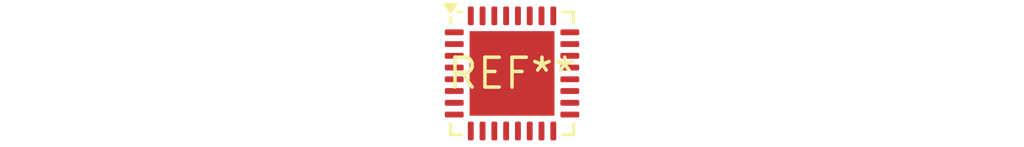
<source format=kicad_pcb>
(kicad_pcb (version 20240108) (generator pcbnew)
  (layers (0 "F.Cu" signal) (31 "B.Cu" signal) (34 "B.Paste" user) (35 "F.Paste" user) (36 "B.SilkS" user "B.Silkscreen") (37 "F.SilkS" user "F.Silkscreen") (38 "B.Mask" user) (39 "F.Mask" user) (44 "Edge.Cuts" user))
  (net 0 "")
  (footprint "QFN-32-1EP_5x5mm_P0.5mm_EP3.6x3.6mm" (layer "F.Cu") (at 0 0)
    (property "Reference" "REF**")
    (property "Value" "QFN-32-1EP_5x5mm_P0.5mm_EP3.6x3.6mm")
    (fp_line (start -2.61 -2.135) (end -2.61 -2.37) (layer "F.SilkS") (stroke (width 0.12)))
    (fp_line (start -2.61 2.61) (end -2.61 2.135) (layer "F.SilkS") (stroke (width 0.12)))
    (fp_line (start -2.135 -2.61) (end -2.31 -2.61) (layer "F.SilkS") (stroke (width 0.12)))
    (fp_line (start -2.135 2.61) (end -2.61 2.61) (layer "F.SilkS") (stroke (width 0.12)))
    (fp_line (start 2.135 -2.61) (end 2.61 -2.61) (layer "F.SilkS") (stroke (width 0.12)))
    (fp_line (start 2.135 2.61) (end 2.61 2.61) (layer "F.SilkS") (stroke (width 0.12)))
    (fp_line (start 2.61 -2.61) (end 2.61 -2.135) (layer "F.SilkS") (stroke (width 0.12)))
    (fp_line (start 2.61 2.61) (end 2.61 2.135) (layer "F.SilkS") (stroke (width 0.12)))
    (fp_poly (pts (xy -2.61 -2.61) (xy -2.85 -2.94) (xy -2.37 -2.94) (xy -2.61 -2.61)) (layer "F.SilkS") (stroke (width 0.12)) (fill solid))
    (pad "1" smd roundrect (at -2.45 -1.75) (size 0.8 0.25) (layers "F.Cu" "F.Paste" "F.Mask"))
    (pad "2" smd roundrect (at -2.45 -1.25) (size 0.8 0.25) (layers "F.Cu" "F.Paste" "F.Mask"))
    (pad "3" smd roundrect (at -2.45 -0.75) (size 0.8 0.25) (layers "F.Cu" "F.Paste" "F.Mask"))
    (pad "4" smd roundrect (at -2.45 -0.25) (size 0.8 0.25) (layers "F.Cu" "F.Paste" "F.Mask"))
    (pad "5" smd roundrect (at -2.45 0.25) (size 0.8 0.25) (layers "F.Cu" "F.Paste" "F.Mask"))
    (pad "6" smd roundrect (at -2.45 0.75) (size 0.8 0.25) (layers "F.Cu" "F.Paste" "F.Mask"))
    (pad "7" smd roundrect (at -2.45 1.25) (size 0.8 0.25) (layers "F.Cu" "F.Paste" "F.Mask"))
    (pad "8" smd roundrect (at -2.45 1.75) (size 0.8 0.25) (layers "F.Cu" "F.Paste" "F.Mask"))
    (pad "9" smd roundrect (at -1.75 2.45) (size 0.25 0.8) (layers "F.Cu" "F.Paste" "F.Mask"))
    (pad "10" smd roundrect (at -1.25 2.45) (size 0.25 0.8) (layers "F.Cu" "F.Paste" "F.Mask"))
    (pad "11" smd roundrect (at -0.75 2.45) (size 0.25 0.8) (layers "F.Cu" "F.Paste" "F.Mask"))
    (pad "12" smd roundrect (at -0.25 2.45) (size 0.25 0.8) (layers "F.Cu" "F.Paste" "F.Mask"))
    (pad "13" smd roundrect (at 0.25 2.45) (size 0.25 0.8) (layers "F.Cu" "F.Paste" "F.Mask"))
    (pad "14" smd roundrect (at 0.75 2.45) (size 0.25 0.8) (layers "F.Cu" "F.Paste" "F.Mask"))
    (pad "15" smd roundrect (at 1.25 2.45) (size 0.25 0.8) (layers "F.Cu" "F.Paste" "F.Mask"))
    (pad "16" smd roundrect (at 1.75 2.45) (size 0.25 0.8) (layers "F.Cu" "F.Paste" "F.Mask"))
    (pad "17" smd roundrect (at 2.45 1.75) (size 0.8 0.25) (layers "F.Cu" "F.Paste" "F.Mask"))
    (pad "18" smd roundrect (at 2.45 1.25) (size 0.8 0.25) (layers "F.Cu" "F.Paste" "F.Mask"))
    (pad "19" smd roundrect (at 2.45 0.75) (size 0.8 0.25) (layers "F.Cu" "F.Paste" "F.Mask"))
    (pad "20" smd roundrect (at 2.45 0.25) (size 0.8 0.25) (layers "F.Cu" "F.Paste" "F.Mask"))
    (pad "21" smd roundrect (at 2.45 -0.25) (size 0.8 0.25) (layers "F.Cu" "F.Paste" "F.Mask"))
    (pad "22" smd roundrect (at 2.45 -0.75) (size 0.8 0.25) (layers "F.Cu" "F.Paste" "F.Mask"))
    (pad "23" smd roundrect (at 2.45 -1.25) (size 0.8 0.25) (layers "F.Cu" "F.Paste" "F.Mask"))
    (pad "24" smd roundrect (at 2.45 -1.75) (size 0.8 0.25) (layers "F.Cu" "F.Paste" "F.Mask"))
    (pad "25" smd roundrect (at 1.75 -2.45) (size 0.25 0.8) (layers "F.Cu" "F.Paste" "F.Mask"))
    (pad "26" smd roundrect (at 1.25 -2.45) (size 0.25 0.8) (layers "F.Cu" "F.Paste" "F.Mask"))
    (pad "27" smd roundrect (at 0.75 -2.45) (size 0.25 0.8) (layers "F.Cu" "F.Paste" "F.Mask"))
    (pad "28" smd roundrect (at 0.25 -2.45) (size 0.25 0.8) (layers "F.Cu" "F.Paste" "F.Mask"))
    (pad "29" smd roundrect (at -0.25 -2.45) (size 0.25 0.8) (layers "F.Cu" "F.Paste" "F.Mask"))
    (pad "30" smd roundrect (at -0.75 -2.45) (size 0.25 0.8) (layers "F.Cu" "F.Paste" "F.Mask"))
    (pad "31" smd roundrect (at -1.25 -2.45) (size 0.25 0.8) (layers "F.Cu" "F.Paste" "F.Mask"))
    (pad "32" smd roundrect (at -1.75 -2.45) (size 0.25 0.8) (layers "F.Cu" "F.Paste" "F.Mask"))
    (pad "33" smd rect (at 0 0) (size 3.6 3.6) (property pad_prop_heatsink) (layers "F.Cu" "F.Mask"))
  )
)
</source>
